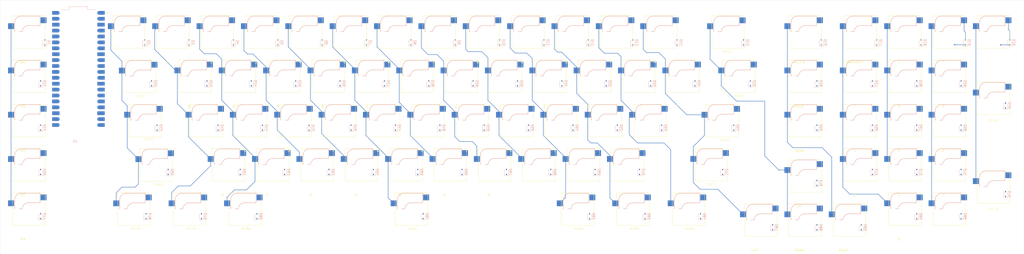
<source format=kicad_pcb>
(kicad_pcb (version 20240108) (generator "pcbnew") (generator_version "8.0")
  (layers (0 "F.Cu" signal) (31 "B.Cu" signal) (34 "B.Paste" user) (35 "F.Paste" user) (36 "B.SilkS" user "B.Silkscreen") (37 "F.SilkS" user "F.Silkscreen") (38 "B.Mask" user) (39 "F.Mask" user) (44 "Edge.Cuts" user))
  (net 0 "")
  (net 1 "Net-(D1-A)")
  (net 2 "Net-(D1-K)")
  (net 3 "Net-(D21-K)")
  (net 4 "Net-(D2-A)")
  (net 5 "Net-(D3-A)")
  (net 6 "Net-(D41-K)")
  (net 7 "Net-(D59-K)")
  (net 8 "Net-(D4-A)")
  (net 9 "Net-(D75-K)")
  (net 10 "Net-(D5-A)")
  (net 11 "Net-(D6-A)")
  (net 12 "Net-(D7-A)")
  (net 13 "Net-(D8-A)")
  (net 14 "Net-(D9-A)")
  (net 15 "Net-(D10-A)")
  (net 16 "Net-(D11-A)")
  (net 17 "Net-(D12-A)")
  (net 18 "Net-(D13-A)")
  (net 19 "Net-(D14-A)")
  (net 20 "Net-(D15-A)")
  (net 21 "Net-(D16-A)")
  (net 22 "Net-(D17-A)")
  (net 23 "Net-(D18-A)")
  (net 24 "Net-(D19-A)")
  (net 25 "Net-(D20-A)")
  (net 26 "Net-(D21-A)")
  (net 27 "Net-(D22-A)")
  (net 28 "Net-(D23-A)")
  (net 29 "Net-(D24-A)")
  (net 30 "Net-(D25-A)")
  (net 31 "Net-(D26-A)")
  (net 32 "Net-(D27-A)")
  (net 33 "Net-(D28-A)")
  (net 34 "Net-(D29-A)")
  (net 35 "Net-(D30-A)")
  (net 36 "Net-(D31-A)")
  (net 37 "Net-(D32-A)")
  (net 38 "Net-(D33-A)")
  (net 39 "Net-(D34-A)")
  (net 40 "Net-(D35-A)")
  (net 41 "Net-(D36-A)")
  (net 42 "Net-(D37-A)")
  (net 43 "Net-(D38-A)")
  (net 44 "Net-(D39-A)")
  (net 45 "Net-(D40-A)")
  (net 46 "Net-(D41-A)")
  (net 47 "Net-(D42-A)")
  (net 48 "Net-(D43-A)")
  (net 49 "Net-(D44-A)")
  (net 50 "Net-(D45-A)")
  (net 51 "Net-(D46-A)")
  (net 52 "Net-(D47-A)")
  (net 53 "Net-(D48-A)")
  (net 54 "Net-(D49-A)")
  (net 55 "Net-(D50-A)")
  (net 56 "Net-(D51-A)")
  (net 57 "Net-(D52-A)")
  (net 58 "Net-(D53-A)")
  (net 59 "Net-(D54-A)")
  (net 60 "Net-(D55-A)")
  (net 61 "Net-(D56-A)")
  (net 62 "Net-(D57-A)")
  (net 63 "Net-(D58-A)")
  (net 64 "Net-(D59-A)")
  (net 65 "Net-(D60-A)")
  (net 66 "Net-(D61-A)")
  (net 67 "Net-(D62-A)")
  (net 68 "Net-(D63-A)")
  (net 69 "Net-(D64-A)")
  (net 70 "Net-(D65-A)")
  (net 71 "Net-(D66-A)")
  (net 72 "Net-(D67-A)")
  (net 73 "Net-(D68-A)")
  (net 74 "Net-(D69-A)")
  (net 75 "Net-(D70-A)")
  (net 76 "Net-(D71-A)")
  (net 77 "Net-(D72-A)")
  (net 78 "Net-(D73-A)")
  (net 79 "Net-(D74-A)")
  (net 80 "Net-(D75-A)")
  (net 81 "Net-(D76-A)")
  (net 82 "Net-(D77-A)")
  (net 83 "Net-(D78-A)")
  (net 84 "Net-(D79-A)")
  (net 85 "Net-(D80-A)")
  (net 86 "Net-(D81-A)")
  (net 87 "Net-(D82-A)")
  (net 88 "Net-(D83-A)")
  (net 89 "Net-(D84-A)")
  (net 90 "Net-(D85-A)")
  (net 91 "Net-(D86-A)")
  (net 92 "Net-(D87-A)")
  (net 93 "Net-(D88-A)")
  (net 94 "Net-(D89-A)")
  (net 95 "Net-(MX1-Pad1)")
  (net 96 "Net-(MX20-Pad1)")
  (net 97 "Net-(MX2-Pad1)")
  (net 98 "Net-(MX24-Pad1)")
  (net 99 "Net-(MX23-Pad1)")
  (net 100 "Net-(MX10-Pad1)")
  (net 101 "Net-(MX11-Pad1)")
  (net 102 "Net-(MX12-Pad1)")
  (net 103 "Net-(MX13-Pad1)")
  (net 104 "Net-(MX14-Pad1)")
  (net 105 "Net-(MX15-Pad1)")
  (net 106 "Net-(MX16-Pad1)")
  (net 107 "Net-(MX17-Pad1)")
  (net 108 "Net-(MX18-Pad1)")
  (net 109 "Net-(MX19-Pad1)")
  (net 110 "Net-(MX25-Pad1)")
  (net 111 "Net-(MX26-Pad1)")
  (net 112 "Net-(MX27-Pad1)")
  (net 113 "Net-(MX28-Pad1)")
  (net 114 "Net-(MX29-Pad1)")
  (footprint "PCBlib_keyboard:SW_Cherry_MX_1.00u_PCB" (layer "F.Cu") (at 263.97 189.49)
    (property "Reference" "MX48")
    (property "Value" "H")
  )
  (footprint "PCBlib_keyboard:SW_Cherry_MX_1.00u_PCB" (layer "F.Cu") (at 487.8075 151.39)
    (property "Reference" "MX19")
    (property "Value" "*")
  )
  (footprint "PCBlib_keyboard:SW_Cherry_MX_1.00u_PCB" (layer "F.Cu") (at 225.87 189.49)
    (property "Reference" "MX46")
    (property "Value" "F")
  )
  (footprint "PCBlib_keyboard:SW_Cherry_MX_1.00u_PCB" (layer "F.Cu") (at 354.4575 170.44)
    (property "Reference" "MX33")
    (property "Value" "[")
  )
  (footprint "PCBlib_keyboard:SW_Cherry_MX_1.00u_PCB" (layer "F.Cu") (at 468.7575 170.44)
    (property "Reference" "MX38")
    (property "Value" "8")
  )
  (footprint "PCBlib_keyboard:SW_Cherry_MX_2.25u_PCB" (layer "F.Cu") (at 147.79825 220.088)
    (property "Reference" "MX60")
    (property "Value" "SHIFT")
  )
  (footprint "PCBlib_keyboard:SW_Cherry_MX_1.00u_PCB" (layer "F.Cu") (at 425.895 170.44)
    (property "Reference" "MX36")
    (property "Value" "PGUP")
  )
  (footprint "PCBlib_keyboard:SW_Cherry_MX_1.00u_PCB" (layer "F.Cu") (at 163.9575 170.44)
    (property "Reference" "MX23")
    (property "Value" "Q")
  )
  (footprint "PCBlib_keyboard:SW_Cherry_MX_1.00u_PCB" (layer "F.Cu") (at 449.7075 189.49)
    (property "Reference" "MX56")
    (property "Value" "4")
  )
  (footprint "PCBlib_keyboard:SW_Cherry_MX_1.00u_PCB" (layer "F.Cu") (at 92.52 170.44)
    (property "Reference" "MX21")
    (property "Value" "M0")
  )
  (footprint "PCBlib_keyboard:SW_Cherry_MX_1.00u_PCB" (layer "F.Cu") (at 178.245 208.54)
    (property "Reference" "MX61")
    (property "Value" "Z")
  )
  (footprint "PCBlib_keyboard:SW_Cherry_MX_1.00u_PCB" (layer "F.Cu") (at 92.52 208.54)
    (property "Reference" "MX59")
    (property "Value" "M2")
  )
  (footprint "PCBlib_keyboard:SW_Cherry_MX_2.00u_Vertical_PCB" (layer "F.Cu") (at 506.8575 218.065)
    (property "Reference" "MX75")
    (property "Value" "ENTER")
  )
  (footprint "PCBlib_keyboard:SW_Cherry_MX_1.25u_PCB" (layer "F.Cu") (at 352.07625 227.59)
    (property "Reference" "MX83")
    (property "Value" "MENU")
  )
  (footprint "PCBlib_keyboard:SW_Cherry_MX_1.25u_PCB" (layer "F.Cu") (at 328.26375 227.59)
    (property "Reference" "MX82")
    (property "Value" "ALT")
  )
  (footprint "PCBlib_keyboard:SW_Cherry_MX_1.25u_PCB" (layer "F.Cu") (at 137.76375 227.59)
    (property "Reference" "MX78")
    (property "Value" "CTRL")
  )
  (footprint "PCBlib_keyboard:SW_Cherry_MX_1.00u_PCB" (layer "F.Cu") (at 230.6325 151.39)
    (property "Reference" "MX7")
    (property "Value" "5")
  )
  (footprint "PCBlib_keyboard:SW_Cherry_MX_1.00u_PCB" (layer "F.Cu") (at 425.895 151.39)
    (property "Reference" "MX16")
    (property "Value" "DELETE")
  )
  (footprint "PCBlib_keyboard:SW_Cherry_MX_1.00u_PCB" (layer "F.Cu") (at 168.72 189.49)
    (property "Reference" "MX43")
    (property "Value" "A")
  )
  (footprint "PCBlib_keyboard:SW_Cherry_MX_1.00u_PCB" (layer "F.Cu") (at 273.495 208.54)
    (property "Reference" "MX66")
    (property "Value" "N")
  )
  (footprint "PCBlib_keyboard:SW_Cherry_MX_1.00u_PCB" (layer "F.Cu") (at 425.895 189.49)
    (property "Reference" "MX55")
    (property "Value" "PGDN")
  )
  (footprint "PCBlib_keyboard:SW_Cherry_MX_1.00u_PCB" (layer "F.Cu") (at 187.77 189.49)
    (property "Reference" "MX44")
    (property "Value" "S")
  )
  (footprint "PCBlib_keyboard:SW_Cherry_MX_1.00u_PCB" (layer "F.Cu") (at 425.895 213.3025)
    (property "Reference" "MX76")
    (property "Value" "UP")
  )
  (footprint "PCBlib_keyboard:SW_Cherry_MX_2.75u_PCB" (layer "F.Cu") (at 385.31375 219.985)
    (property "Reference" "MX71")
    (property "Value" "SHIFT")
  )
  (footprint "PCBlib_keyboard:SW_Cherry_MX_1.00u_PCB" (layer "F.Cu") (at 468.7575 189.49)
    (property "Reference" "MX57")
    (property "Value" "5")
  )
  (footprint "PCBlib_keyboard:SW_Cherry_MX_1.00u_PCB" (layer "F.Cu") (at 487.8075 189.49)
    (property "Reference" "MX58")
    (property "Value" "6")
  )
  (footprint "PCBlib_keyboard:SW_Cherry_MX_2.25u_PCB" (layer "F.Cu") (at 390.87625 200.985)
    (property "Reference" "MX54")
    (property "Value" "ENTER")
  )
  (footprint "PCBlib_keyboard:SW_Cherry_MX_1.00u_PCB" (layer "F.Cu") (at 283.02 189.49)
    (property "Reference" "MX49")
    (property "Value" "J")
  )
  (footprint "PCBlib_keyboard:SW_Cherry_MX_1.00u_PCB" (layer "F.Cu") (at 297.3075 170.44)
    (property "Reference" "MX30")
    (property "Value" "I")
  )
  (footprint "PCBlib_keyboard:SW_Cherry_MX_1.00u_PCB" (layer "F.Cu") (at 506.8575 151.39)
    (property "Reference" "MX20")
    (property "Value" "-")
  )
  (footprint "PCBlib_keyboard:SW_Cherry_MX_1.75u_PCB" (layer "F.Cu") (at 144.07225 205.015)
    (property "Reference" "MX42")
    (property "Value" "CAPS LOCK")
  )
  (footprint "PCBlib_keyboard:SW_Cherry_MX_1.00u_PCB" (layer "F.Cu") (at 135.3825 151.39)
    (property "Reference" "MX2")
    (property "Value" "`")
  )
  (footprint "PCBlib_keyboard:SW_Cherry_MX_1.00u_PCB" (layer "F.Cu") (at 249.6825 151.39)
    (property "Reference" "MX8")
    (property "Value" "6")
  )
  (footprint "PCBlib_keyboard:SW_Cherry_MX_1.00u_PCB" (layer "F.Cu") (at 311.595 208.54)
    (property "Reference" "MX68")
    (property "Value" ",")
  )
  (footprint "PCBlib_keyboard:SW_Cherry_MX_2.00u_Vertical_PCB" (layer "F.Cu") (at 506.8575 179.965)
    (property "Reference" "MX40")
    (property "Value" "+")
  )
  (footprint "PCBlib_keyboard:SW_Cherry_MX_1.00u_PCB" (layer "F.Cu") (at 192.5325 151.39)
    (property "Reference" "MX5")
    (property "Value" "3")
  )
  (footprint "PCBlib_keyboard:SW_Cherry_MX_1.00u_PCB" (layer "F.Cu") (at 449.7075 151.39)
    (property "Reference" "MX17")
    (property "Value" "NUMLOCK")
  )
  (footprint "PCBlib_keyboard:SW_Cherry_MX_1.00u_PCB" (layer "F.Cu") (at 254.445 208.54)
    (property "Reference" "MX65")
    (property "Value" "B")
  )
  (footprint "PCBlib_keyboard:SW_Cherry_MX_1.00u_PCB" (layer "F.Cu") (at 268.7325 151.39)
    (property "Reference" "MX9")
    (property "Value" "7")
  )
  (footprint "PCBlib_keyboard:SW_Cherry_MX_1.00u_PCB" (layer "F.Cu") (at 316.3575 170.44)
    (property "Reference" "MX31")
    (property "Value" "O")
  )
  (footprint "PCBlib_keyboard:SW_Cherry_MX_1.00u_PCB" (layer "F.Cu") (at 292.545 208.54)
    (property "Reference" "MX67")
    (property "Value" "M")
  )
  (footprint "PCBlib_keyboard:SW_Cherry_MX_1.00u_PCB" (layer "F.Cu") (at 183.0075 170.44)
    (property "Reference" "MX24")
    (property "Value" "W")
  )
  (footprint "PCBlib_keyboard:SW_Cherry_MX_1.00u_PCB" (layer "F.Cu") (at 92.52 151.39)
    (property "Reference" "MX1")
    (property "Value" "ESC")
  )
  (footprint "PCBlib_keyboard:SW_Cherry_MX_1.00u_PCB" (layer "F.Cu") (at 202.0575 170.44)
    (property "Reference" "MX25")
    (property "Value" "E")
  )
  (footprint "PCBlib_keyboard:SW_Cherry_MX_1.00u_PCB" (layer "F.Cu") (at 335.4075 170.44)
    (property "Reference" "MX32")
    (property "Value" "P")
  )
  (footprint "PCBlib_keyboard:SW_Cherry_MX_1.00u_PCB" (layer "F.Cu") (at 240.1575 170.44)
    (property "Reference" "MX27")
    (property "Value" "T")
  )
  (footprint "PCBlib_keyboard:SW_Cherry_MX_1.00u_PCB" (layer "F.Cu") (at 468.7575 151.39)
    (property "Reference" "MX18")
    (property "Value" "/")
  )
  (footprint "PCBlib_keyboard:SW_Cherry_MX_1.00u_PCB" (layer "F.Cu") (at 363.9825 151.39)
    (property "Reference" "MX14")
    (property "Value" "=")
  )
  (footprint "PCBlib_keyboard:SW_Cherry_MX_1.00u_PCB" (layer "F.Cu") (at 444.945 232.3525)
    (property "Reference" "MX89")
    (property "Value" "RIGHT")
  )
  (footprint "PCBlib_keyboard:SW_Cherry_MX_1.25u_PCB" (layer "F.Cu") (at 375.88875 227.59)
    (property "Reference" "MX84")
    (property "Value" "CTRL")
  )
  (footprint "PCBlib_keyboard:SW_Cherry_MX_1.00u_PCB" (layer "F.Cu") (at 468.7575 227.59)
    (property "Reference" "MX85")
    (property "Value" "0")
  )
  (footprint "PCBlib_keyboard:SW_Cherry_MX_1.00u_PCB" (layer "F.Cu") (at 306.8325 151.39)
    (property "Reference" "MX11")
    (property "Value" "9")
  )
  (footprint "PCBlib_keyboard:SW_Cherry_MX_1.00u_PCB" (layer "F.Cu") (at 344.9325 151.39)
    (property "Reference" "MX13")
    (property "Value" "-")
  )
  (footprint "PCBlib_keyboard:SW_Cherry_MX_1.00u_PCB" (layer "F.Cu") (at 287.7825 151.39)
    (property "Reference" "MX10")
    (property "Value" "8")
  )
  (footprint "PCBlib_keyboard:SW_Cherry_MX_1.25u_PCB" (layer "F.Cu") (at 161.57625 227.59)
    (property "Reference" "MX79")
    (property "Value" "ALT")
  )
  (footprint "PCBlib_keyboard:SW_Cherry_MX_1.00u_PCB" (layer "F.Cu") (at 92.52 227.59)
    (property "Reference" "MX77")
    (property "Value" "M3")
  )
  (footprint "PCBlib_keyboard:SW_Cherry_MX_1.00u_PCB" (layer "F.Cu") (at 330.645 208.54)
    (property "Reference" "MX69")
    (property "Value" ".")
  )
  (footprint "PCBlib_keyboard:SW_Cherry_MX_1.00u_PCB" (layer "F.Cu") (at 449.7075 208.54)
    (property "Reference" "MX72")
    (property "Value" "1")
  )
  (footprint "PCBlib_keyboard:SW_Cherry_MX_1.00u_PCB" (layer "F.Cu") (at 206.82 189.49)
    (property "Reference" "MX45")
    (property "Value" "D")
  )
  (footprint "PCBlib_keyboard:SW_Cherry_MX_1.00u_PCB" (layer "F.Cu") (at 211.5825 151.39)
    (property "Reference" "MX6")
    (property "Value" "4")
  )
  (footprint "PCBlib_keyboard:SW_Cherry_MX_1.00u_PCB" (layer "F.Cu") (at 221.1075 170.44)
    (property "Reference" "MX26")
    (property "Value" "R")
  )
  (footprint "PCBlib_keyboard:SW_Cherry_MX_1.00u_PCB" (layer "F.Cu") (at 340.17 189.49)
    (property "Reference" "MX52")
    (property "Value" ";")
  )
  (footprint "PCBlib_keyboard:SW_Cherry_MX_1.00u_PCB" (layer "F.Cu") (at 349.695 208.54)
    (property "Reference" "MX70")
    (property "Value" "/")
  )
  (footprint "PCBlib_keyboard:SW_Cherry_MX_1.00u_PCB" (layer "F.Cu") (at 359.22 189.49)
    (property "Reference" "MX53")
    (property "Value" "'")
  )
  (footprint "PCBlib_keyboard:SW_Cherry_MX_1.00u_PCB" (layer "F.Cu") (at 235.395 208.54)
    (property "Reference" "MX64")
    (property "Value" "V")
  )
  (footprint "PCBlib_keyboard:SW_Cherry_MX_1.00u_PCB" (layer "F.Cu") (at 487.8075 227.59)
    (property "Reference" "MX86")
    (property "Value" ".")
  )
  (footprint "PCBlib_keyboard:SW_Cherry_MX_1.00u_PCB" (layer "F.Cu") (at 302.07 189.49)
    (property "Reference" "MX50")
    (property "Value" "K")
  )
  (footprint "PCBlib_keyboard:SW_Cherry_MX_1.00u_PCB" (layer "F.Cu") (at 373.5075 170.44)
    (property "Reference" "MX34")
    (property "Value" "]")
  )
  (footprint "PCBlib_keyboard:SW_Cherry_MX_1.00u_PCB" (layer "F.Cu") (at 325.8825 151.39)
    (property "Reference" "MX12")
    (property "Value" "0")
  )
  (footprint "PCBlib_keyboard:SW_Cherry_MX_1.00u_PCB" (layer "F.Cu") (at 244.92 189.49)
    (property "Reference" "MX47")
    (property "Value" "G")
  )
  (footprint "PCBlib_keyboard:SW_Cherry_MX_1.00u_PCB" (layer "F.Cu") (at 92.52 189.49)
    (property "Reference" "MX41")
    (property "Value" "M1")
  )
  (footprint "PCBlib_keyboard:SW_Cherry_MX_1.00u_PCB" (layer "F.Cu") (at 487.8075 208.54)
    (property "Reference" "MX74")
    (property "Value" "3")
  )
  (footprint "PCBlib_keyboard:SW_Cherry_MX_1.25u_PCB" (layer "F.Cu") (at 185.38875 227.59)
    (property "Reference" "MX80")
    (property "Value" "WIN")
  )
  (footprint "PCBlib_keyboard:SW_Cherry_MX_1.00u_PCB" (layer "F.Cu") (at 173.4825 151.39)
    (property "Reference" "MX4")
    (property "Value" "2")
  )
  (footprint "PCBlib_keyboard:SW_Cherry_MX_1.00u_PCB" (layer "F.Cu") (at 468.7575 208.54)
    (property "Reference" "MX73")
    (property "Value" "2")
  )
  (footprint "PCBlib_keyboard:SW_Cherry_MX_2.00u_PCB" (layer "F.Cu") (at 392.6575 163.885)
    (property "Reference" "MX15")
    (property "Value" "BACKSPACE")
  )
  (footprint "PCBlib_keyboard:SW_Cherry_MX_1.00u_PCB" (layer "F.Cu") (at 425.895 232.3525)
    (property "Reference" "MX88")
    (property "Value" "DOWN")
  )
  (footprint "PCBlib_keyboard:SW_Cherry_MX_1.50u_PCB" (layer "F.Cu") (at 140.42 170.485)
    (property "Reference" "MX22")
    (property "Value" "TAB")
  )
  (footprint "PCBlib_keyboard:SW_Cherry_MX_1.00u_PCB" (layer "F.Cu") (at 197.295 208.54)
    (property "Reference" "MX62")
    (property "Value" "X")
  )
  (footprint "PCBlib_keyboard:SW_Cherry_MX_1.00u_PCB" (layer "F.Cu") (at 321.12 189.49)
    (property "Reference" "MX51")
    (property "Value" "L")
  )
  (footprint "PCBlib_keyboard:SW_Cherry_MX_1.00u_PCB" (layer "F.Cu") (at 406.845 232.3525)
    (property "Reference" "MX87")
    (property "Value" "LEFT")
  )
  (footprint "PCBlib_keyboard:SW_Cherry_MX_1.50u_PCB" (layer "F.Cu") (at 397.7875 170.42)
    (property "Reference" "MX35")
    (property "Value" "\\")
  )
  (footprint "PCBlib_keyboard:SW_Cherry_MX_1.00u_PCB" (layer "F.Cu") (at 487.8075 170.44)
    (property "Reference" "MX39")
    (property "Value" "9")
  )
  (footprint "PCBlib_keyboard:SW_Cherry_MX_6.25u_PCB" (layer "F.Cu") (at 256.7925 227.125)
    (property "Reference" "MX81")
    (property "Value" "SPACE")
  )
  (footprint "PCBlib_keyboard:SW_Cherry_MX_1.00u_PCB" (layer "F.Cu") (at 154.4325 151.39)
    (property "Reference" "MX3")
    (property "Value" "1")
  )
  (footprint "PCBlib_keyboard:SW_Cherry_MX_1.00u_PCB" (layer "F.Cu") (at 278.2575 170.44)
    (property "Reference" "MX29")
    (property "Value" "U")
  )
  (footprint "PCBlib_keyboard:SW_Cherry_MX_1.00u_PCB" (layer "F.Cu") (at 449.7075 170.44)
    (property "Reference" "MX37")
    (property "Value" "7")
  )
  (footprint "PCBlib_keyboard:SW_Cherry_MX_1.00u_PCB" (layer "F.Cu") (at 216.345 208.54)
    (property "Reference" "MX63")
    (property "Value" "C")
  )
  (footprint "PCBlib_keyboard:SW_Cherry_MX_1.00u_PCB" (layer "F.Cu") (at 259.2075 170.44)
    (property "Reference" "MX28")
    (property "Value" "Y")
  )
  (footprint "Diode_SMD:D_SOD-323" (layer "B.Cu") (at 269.05 192.52 90)
    (property "Reference" "D48")
    (property "Value" "D_Small")
  )
  (footprint "Diode_SMD:D_SOD-323" (layer "B.Cu") (at 302.3875 173.47 90)
    (property "Reference" "D30")
    (property "Value" "D_Small")
  )
  (footprint "Diode_SMD:D_SOD-323" (layer "B.Cu") (at 264.2875 173.47 90)
    (property "Reference" "D28")
    (property "Value" "D_Small")
  )
  (footprint "Diode_SMD:D_SOD-323" (layer "B.Cu") (at 316.675 211.57 90)
    (property "Reference" "D68")
    (property "Value" "D_Small")
  )
  (footprint "Diode_SMD:D_SOD-323" (layer "B.Cu") (at 492.8875 173.47 90)
    (property "Reference" "D39")
    (property "Value" "D_Small")
  )
  (footprint "Diode_SMD:D_SOD-323" (layer "B.Cu") (at 230.95 192.52 90)
    (property "Reference" "D46")
    (property "Value" "D_Small")
  )
  (footprint "Diode_SMD:D_SOD-323" (layer "B.Cu") (at 332.8125 155.82 90)
    (property "Reference" "D12")
    (property "Value" "D_Small")
  )
  (footprint "Diode_SMD:D_SOD-323" (layer "B.Cu") (at 335.725 211.57 90)
    (property "Reference" "D69")
    (property "Value" "D_Small")
  )
  (footprint "Diode_SMD:D_SOD-323" (layer "B.Cu") (at 97.6 173.47 90)
    (property "Reference" "D21")
    (property "Value" "D_Small")
  )
  (footprint "Diode_SMD:D_SOD-323" (layer "B.Cu") (at 152.36875 211.57 90)
    (property "Reference" "D60")
    (property "Value" "D_Small")
  )
  (footprint "Diode_SMD:D_SOD-323" (layer "B.Cu") (at 190.46875 230.62 90)
    (property "Reference" "D80")
    (property "Value" "D_Small")
  )
  (footprint "Diode_SMD:D_SOD-323" (layer "B.Cu") (at 492.8875 192.52 90)
    (property "Reference" "D58")
    (property "Value" "D_Small")
  )
  (footprint "Diode_SMD:D_SOD-323" (layer "B.Cu") (at 430.975 192.52 90)
    (property "Reference" "D55")
    (property "Value" "D_Small")
  )
  (footprint "Diode_SMD:D_SOD-323" (layer "B.Cu") (at 494.7375 155.82 90)
    (property "Reference" "D19")
    (property "Value" "D_Small")
  )
  (footprint "Diode_SMD:D_SOD-323" (layer "B.Cu") (at 256.6125 155.82 90)
    (property "Reference" "D8")
    (property "Value" "D_Small")
  )
  (footprint "Diode_SMD:D_SOD-323" (layer "B.Cu") (at 192.85 192.52 90)
    (property "Reference" "D44")
    (property "Value" "D_Small")
  )
  (footprint "Diode_SMD:D_SOD-323" (layer "B.Cu") (at 283.3375 173.47 90)
    (property "Reference" "D29")
    (property "Value" "D_Small")
  )
  (footprint "Diode_SMD:D_SOD-323" (layer "B.Cu") (at 259.525 211.57 90)
    (property "Reference" "D65")
    (property "Value" "D_Small")
  )
  (footprint "Diode_SMD:D_SOD-323" (layer "B.Cu") (at 399.4875 155.82 90)
    (property "Reference" "D15")
    (property "Value" "D_Small")
  )
  (footprint "Diode_SMD:D_SOD-323" (layer "B.Cu") (at 473.8375 230.62 90)
    (property "Reference" "D85")
    (property "Value" "D_Small")
  )
  (footprint "Diode_SMD:D_SOD-323" (layer "B.Cu") (at 473.8375 192.52 90)
    (property "Reference" "D57")
    (property "Value" "D_Small")
  )
  (footprint "Diode_SMD:D_SOD-323" (layer "B.Cu") (at 390.49375 211.57 90)
    (property "Reference" "D71")
    (property "Value" "D_Small")
  )
  (footprint "Diode_SMD:D_SOD-323" (layer "B.Cu") (at 511.9375 182.995 90)
    (property "Reference" "D40")
    (property "Value" "D_Small")
  )
  (footprint "Diode_SMD:D_SOD-323" (layer "B.Cu") (at 359.5375 173.47 90)
    (property "Reference" "D33")
    (property "Value" "D_Small")
  )
  (footprint "Diode_SMD:D_SOD-323" (layer "B.Cu") (at 218.5125 155.82 90)
    (property "Reference" "D6")
    (property "Value" "D_Small")
  )
  (footprint "Diode_SMD:D_SOD-323" (layer "B.Cu") (at 492.8875 230.62 90)
    (property "Reference" "D86")
    (property "Value" "D_Small")
  )
  (footprint "Diode_SMD:D_SOD-323" (layer "B.Cu") (at 313.7625 155.82 90)
    (property "Reference" "D11")
    (property "Value" "D_Small")
  )
  (footprint "Diode_SMD:D_SOD-323" (layer "B.Cu") (at 432.825 155.82 90)
    (property "Reference" "D16")
    (property "Value" "D_Small")
  )
  (footprint "Diode_SMD:D_SOD-323" (layer "B.Cu") (at 173.8 192.52 90)
    (property "Reference" "D43")
    (property "Value" "D_Small")
  )
  (footprint "Diode_SMD:D_SOD-323" (layer "B.Cu") (at 430.975 173.47 90)
    (property "Reference" "D36")
    (property "Value" "D_Small")
  )
  (footprint "Diode_SMD:D_SOD-323" (layer "B.Cu") (at 430.975 216.3325 90)
    (property "Reference" "D76")
    (property "Value" "D_Small")
  )
  (footprint "Diode_SMD:D_SOD-323" (layer "B.Cu") (at 212.9075 192.61 90)
    (property "Reference" "D45")
    (property "Value" "D_Small")
  )
  (footprint "Diode_SMD:D_SOD-323" (layer "B.Cu") (at 180.4125 155.82 90)
    (property "Reference" "D4")
    (property "Value" "D_Small")
  )
  (footprint "Diode_SMD:D_SOD-323" (layer "B.Cu") (at 473.8375 173.47 90)
    (property "Reference" "D38")
    (property "Value" "D_Small")
  )
  (footprint "Diode_SMD:D_SOD-323" (layer "B.Cu") (at 294.7125 155.82 90)
    (property "Reference" "D10")
    (property "Value" "D_Small")
  )
  (footprint "Diode_SMD:D_SOD-323" (layer "B.Cu") (at 226.1875 173.47 90)
    (property "Reference" "D26")
    (property "Value" "D_Small")
  )
  (footprint "Diode_SMD:D_SOD-323" (layer "B.Cu") (at 354.775 211.57 90)
    (property "Reference" "D70")
    (property "Value" "D_Small")
  )
  (footprint "Diode_SMD:D_SOD-323" (layer "B.Cu") (at 275.6625 155.82 90)
    (property "Reference" "D9")
    (property "Value" "D_Small")
  )
  (footprint "Diode_SMD:D_SOD-323" (layer "B.Cu") (at 454.7875 211.57 90)
    (property "Reference" "D72")
    (property "Value" "D_Small")
  )
  (footprint "Diode_SMD:D_SOD-323" (layer "B.Cu") (at 288.1 192.52 90)
    (property "Reference" "D49")
    (property "Value" "D_Small")
  )
  (footprint "Diode_SMD:D_SOD-323" (layer "B.Cu") (at 145.225 173.47 90)
    (property "Reference" "D22")
    (property "Value" "D_Small")
  )
  (footprint "Diode_SMD:D_SOD-323" (layer "B.Cu") (at 456.6375 155.82 90)
    (property "Reference" "D17")
    (property "Value" "D_Small")
  )
  (footprint "Diode_SMD:D_SOD-323" (layer "B.Cu") (at 188.0875 173.47 90)
    (property "Reference" "D24")
    (property "Value" "D_Small")
  )
  (footprint "Diode_SMD:D_SOD-323" (layer "B.Cu") (at 357.15625 230.62 90)
    (property "Reference" "D83")
    (property "Value" "D_Small")
  )
  (footprint "Diode_SMD:D_SOD-323" (layer "B.Cu") (at 411.925 235.3825 90)
    (property "Reference" "D87")
    (property "Value" "D_Small")
  )
  (footprint "Diode_SMD:D_SOD-323" (layer "B.Cu") (at 142.3125 155.82 90)
    (property "Reference" "D2")
    (property "Value" "D_Small")
  )
  (footprint "Diode_SMD:D_SOD-323" (layer "B.Cu") (at 278.575 211.57 90)
    (property "Reference" "D66")
    (property "Value" "D_Small")
  )
  (footprint "Diode_SMD:D_SOD-323" (layer "B.Cu") (at 340.4875 173.47 90)
    (property "Reference" "D32")
    (property "Value" "D_Small")
  )
  (footprint "Diode_SMD:D_SOD-323" (layer "B.Cu") (at 370.9125 155.82 90)
    (property "Reference" "D14")
    (property "Value" "D_Small")
  )
  (footprint "Diode_SMD:D_SOD-323" (layer "B.Cu") (at 345.25 192.52 90)
    (property "Reference" "D52")
    (property "Value" "D_Small")
  )
  (footprint "Diode_SMD:D_SOD-323" (layer "B.Cu") (at 97.6 230.62 90)
    (property "Reference" "D77")
    (property "Value" "D_Small")
  )
  (footprint "Diode_SMD:D_SOD-323" (layer "B.Cu") (at 454.7875 192.52 90)
    (property "Reference" "D56")
    (property "Value" "D_Small")
  )
  (footprint "Diode_SMD:D_SOD-323" (layer "B.Cu") (at 250 192.52 90)
    (property "Reference" "D47")
    (property "Value" "D_Small")
  )
  (footprint "Diode_SMD:D_SOD-323" (layer "B.Cu") (at 307.15 192.52 90)
    (property "Reference" "D50")
    (property "Value" "D_Small")
  )
  (footprint "Diode_SMD:D_SOD-323" (layer "B.Cu") (at 240.475 211.57 90)
    (property "Reference" "D64")
    (property "Value" "D_Small")
  )
  (footprint "Diode_SMD:D_SOD-323" (layer "B.Cu") (at 321.4375 173.47 90)
    (property "Reference" "D31")
    (property "Value" "D_Small")
  )
  (footprint "Diode_SMD:D_SOD-323" (layer "B.Cu") (at 378.5875 173.47 90)
    (property "Reference" "D34")
    (property "Value" "D_Small")
  )
  (footprint "Diode_SMD:D_SOD-323" (layer "B.Cu") (at 166.65625 230.62 90)
    (property "Reference" "D79")
    (property "Value" "D_Small")
  )
  (footprint "Diode_SMD:D_SOD-323" (layer "B.Cu") (at 221.425 211.57 90)
    (property "Reference" "D63")
    (property "Value" "D_Small")
  )
  (footprint "Diode_SMD:D_SOD-323" (layer "B.Cu") (at 473.8375 211.57 90)
    (property "Reference" "D73")
    (property "Value" "D_Small")
  )
  (footprint "Diode_SMD:D_SOD-323" (layer "B.Cu") (at 364.3 192.52 90)
    (property "Reference" "D53")
    (property "Value" "D_Small")
  )
  (footprint "Diode_SMD:D_SOD-323" (layer "B.Cu") (at 402.4 173.47 90)
    (property "Reference" "D35")
    (property "Value" "D_Small")
  )
  (footprint "Diode_SMD:D_SOD-323" (layer "B.Cu") (at 183.325 211.57 90)
    (property "Reference" "D61")
    (property "Value" "D_Small")
  )
  (footprint "Diode_SMD:D_SOD-323" (layer "B.Cu") (at 261.90625 230.62 90)
    (property "Reference" "D81")
    (property "Value" "D_Small")
  )
  (footprint "Diode_SMD:D_SOD-323" (layer "B.Cu") (at 199.4625 155.82 90)
    (property "Reference" "D5")
    (property "Value" "D_Small")
  )
  (footprint "Diode_SMD:D_SOD-323" (layer "B.Cu") (at 99.45 155.82 90)
    (property "Reference" "D1")
    (property "Value" "D_Small")
  )
  (footprint "Diode_SMD:D_SOD-323" (layer "B.Cu") (at 450.025 235.3825 90)
    (property "Reference" "D89")
    (property "Value" "D_Small")
  )
  (footprint "Diode_SMD:D_SOD-323" (layer "B.Cu") (at 454.7875 173.47 90)
    (property "Reference" "D37")
    (property "Value" "D_Small")
  )
  (footprint "Diode_SMD:D_SOD-323" (layer "B.Cu") (at 492.8875 211.57 90)
    (property "Reference" "D74")
    (property "Value" "D_Small")
  )
  (footprint "Diode_SMD:D_SOD-323" (layer "B.Cu") (at 430.975 235.3825 90)
    (property "Reference" "D88")
    (property "Value" "D_Small")
  )
  (footprint "Diode_SMD:D_SOD-323" (layer "B.Cu") (at 237.5625 155.82 90)
    (property "Reference" "D7")
    (property "Value" "D_Small")
  )
  (footprint "Diode_SMD:D_SOD-323" (layer "B.Cu") (at 511.9375 221.095 90)
    (property "Reference" "D75")
    (property "Value" "D_Small")
  )
  (footprint "Diode_SMD:D_SOD-323" (layer "B.Cu") (at 169.0375 173.47 90)
    (property "Reference" "D23")
    (property "Value" "D_Small")
  )
  (footprint "Diode_SMD:D_SOD-323" (layer "B.Cu") (at 245.2375 173.47 90)
    (property "Reference" "D27")
    (property "Value" "D_Small")
  )
  (footprint "Diode_SMD:D_SOD-323" (layer "B.Cu") (at 202.375 211.57 90)
    (property "Reference" "D62")
    (property "Value" "D_Small")
  )
  (footprint "Diode_SMD:D_SOD-323" (layer "B.Cu") (at 161.3625 155.82 90)
    (property "Reference" "D3")
    (property "Value" "D_Small")
  )
  (footprint "Diode_SMD:D_SOD-323" (layer "B.Cu") (at 97.6 211.57 90)
    (property "Reference" "D59")
    (property "Value" "D_Small")
  )
  (footprint "Diode_SMD:D_SOD-323" (layer "B.Cu") (at 395.25625 192.52 90)
    (property "Reference" "D54")
    (property "Value" "D_Small")
  )
  (footprint "PCBlib_keyboard:MODULE_RASPBERRY_PI_PICO_W" (layer "B.Cu") (at 113.845 167.26 180)
    (property "Reference" "U1")
    (property "Value" "RASPBERRY_PI_PICO")
    (fp_line (start -7 -25.5) (end 7 -25.5) (stroke (width 0.01)) (layer "Edge.Cuts"))
  )
  (footprint "Diode_SMD:D_SOD-323" (layer "B.Cu") (at 97.6 192.52 90)
    (property "Reference" "D41")
    (property "Value" "D_Small")
  )
  (footprint "Diode_SMD:D_SOD-323" (layer "B.Cu") (at 326.2 192.52 90)
    (property "Reference" "D51")
    (property "Value" "D_Small")
  )
  (footprint "Diode_SMD:D_SOD-323" (layer "B.Cu") (at 297.625 211.57 90)
    (property "Reference" "D67")
    (property "Value" "D_Small")
  )
  (footprint "Diode_SMD:D_SOD-323" (layer "B.Cu") (at 207.1375 173.47 90)
    (property "Reference" "D25")
    (property "Value" "D_Small")
  )
  (footprint "Diode_SMD:D_SOD-323" (layer "B.Cu") (at 147.60625 192.52 90)
    (property "Reference" "D42")
    (property "Value" "D_Small")
  )
  (footprint "Diode_SMD:D_SOD-323" (layer "B.Cu") (at 475.6875 155.82 90)
    (property "Reference" "D18")
    (property "Value" "D_Small")
  )
  (footprint "Diode_SMD:D_SOD-323" (layer "B.Cu") (at 142.84375 230.62 90)
    (property "Reference" "D78")
    (property "Value" "D_Small")
  )
  (footprint "Diode_SMD:D_SOD-323" (layer "B.Cu") (at 380.96875 230.62 90)
    (property "Reference" "D84")
    (property "Value" "D_Small")
  )
  (footprint "Diode_SMD:D_SOD-323" (layer "B.Cu") (at 351.8625 155.82 90)
    (property "Reference" "D13")
    (property "Value" "D_Small")
  )
  (footprint "Diode_SMD:D_SOD-323" (layer "B.Cu") (at 333.34375 230.62 90)
    (property "Reference" "D82")
    (property "Value" "D_Small")
  )
  (footprint "Diode_SMD:D_SOD-323" (layer "B.Cu") (at 513.7875 155.82 90)
    (property "Reference" "D20")
    (property "Value" "D_Small")
  )
  (gr_rect (start 80.1875 137.62) (end 519.8875 246.92) (stroke (width 0.05)) (fill none) (layer "Edge.Cuts"))
  (via (at 490.0875 156.82) (size 0.6) (drill 0.3) (layers "F.Cu" "B.Cu") (net 2))
  (via (at 509.8875 156.92) (size 0.6) (drill 0.3) (layers "F.Cu" "B.Cu") (net 2))
  (segment (start 509.9375 156.87) (end 509.8875 156.92) (width 0.2) (layer "B.Cu") (net 2))
  (segment (start 490.1375 156.87) (end 490.0875 156.82) (width 0.2) (layer "B.Cu") (net 2))
  (segment (start 513.7875 156.87) (end 509.9375 156.87) (width 0.2) (layer "B.Cu") (net 2))
  (segment (start 494.7375 156.87) (end 490.1375 156.87) (width 0.2) (layer "B.Cu") (net 2))
  (segment (start 494.1575 146.31) (end 494.1575 150.89) (width 0.2) (layer "B.Cu") (net 24))
  (segment (start 494.1575 150.89) (end 494.7875 151.52) (width 0.2) (layer "B.Cu") (net 24))
  (segment (start 494.7375 151.57) (end 494.7375 154.77) (width 0.2) (layer "B.Cu") (net 24))
  (segment (start 494.7875 151.52) (end 494.7375 151.57) (width 0.2) (layer "B.Cu") (net 24))
  (segment (start 513.2075 146.31) (end 513.2075 150.34) (width 0.2) (layer "B.Cu") (net 25))
  (segment (start 513.2075 150.34) (end 513.7875 150.92) (width 0.2) (layer "B.Cu") (net 25))
  (segment (start 513.7875 150.92) (end 513.7875 154.77) (width 0.2) (layer "B.Cu") (net 25))
  (segment (start 84.9 206) (end 84.9 225.05) (width 0.2) (layer "B.Cu") (net 95))
  (segment (start 84.9 148.85) (end 84.9 167.9) (width 0.2) (layer "B.Cu") (net 95))
  (segment (start 84.9 167.9) (end 84.9 206) (width 0.2) (layer "B.Cu") (net 95))
  (segment (start 499.2375 148.85) (end 499.2375 215.5) (width 0.2) (layer "B.Cu") (net 96))
  (segment (start 499.2375 215.5) (end 499.2125 215.525) (width 0.2) (layer "B.Cu") (net 96))
  (segment (start 139.6095 216.698) (end 138.1875 218.12) (width 0.2) (layer "B.Cu") (net 97))
  (segment (start 134.7835 201.247) (end 139.6095 206.073) (width 0.2) (layer "B.Cu") (net 97))
  (segment (start 127.7625 159.195) (end 132.5225 163.955) (width 0.2) (layer "B.Cu") (net 97))
  (segment (start 139.6095 206.073) (end 139.6095 216.698) (width 0.2) (layer "B.Cu") (net 97))
  (segment (start 134.7835 186.95) (end 134.7835 201.247) (width 0.2) (layer "B.Cu") (net 97))
  (segment (start 134.7875 183.12) (end 134.7875 183.32) (width 0.2) (layer "B.Cu") (net 97))
  (segment (start 132.5225 163.955) (end 132.5225 167.97) (width 0.2) (layer "B.Cu") (net 97))
  (segment (start 132.4875 218.12) (end 130.05 220.5575) (width 0.2) (layer "B.Cu") (net 97))
  (segment (start 130.05 220.5575) (end 130.05 225.075) (width 0.2) (layer "B.Cu") (net 97))
  (segment (start 134.7875 183.32) (end 134.7835 183.324) (width 0.2) (layer "B.Cu") (net 97))
  (segment (start 138.1875 218.12) (end 132.4875 218.12) (width 0.2) (layer "B.Cu") (net 97))
  (segment (start 132.5225 167.97) (end 132.5225 180.855) (width 0.2) (layer "B.Cu") (net 97))
  (segment (start 134.7835 183.324) (end 134.7835 186.95) (width 0.2) (layer "B.Cu") (net 97))
  (segment (start 127.7625 148.85) (end 127.7625 159.195) (width 0.2) (layer "B.Cu") (net 97))
  (segment (start 132.5225 180.855) (end 134.7875 183.12) (width 0.2) (layer "B.Cu") (net 97))
  (segment (start 189.675 206) (end 189.675 215.6325) (width 0.2) (layer "B.Cu") (net 98))
  (segment (start 180.15 195.89) (end 189.675 205.415) (width 0.2) (layer "B.Cu") (net 98))
  (segment (start 185.9875 219.32) (end 180.7875 219.32) (width 0.2) (layer "B.Cu") (net 98))
  (segment (start 189.675 205.415) (end 189.675 206) (width 0.2) (layer "B.Cu") (net 98))
  (segment (start 177.675 222.4325) (end 177.675 225.075) (width 0.2) (layer "B.Cu") (net 98))
  (segment (start 167.8875 160.72) (end 173.0875 160.72) (width 0.2) (layer "B.Cu") (net 98))
  (segment (start 175.3875 167.9) (end 175.3875 180.7375) (width 0.2) (layer "B.Cu") (net 98))
  (segment (start 180.15 186.95) (end 180.15 195.89) (width 0.2) (layer "B.Cu") (net 98))
  (segment (start 175.3875 163.02) (end 175.3875 167.9) (width 0.2) (layer "B.Cu") (net 98))
  (segment (start 189.675 215.6325) (end 185.9875 219.32) (width 0.2) (layer "B.Cu") (net 98))
  (segment (start 180.7875 219.32) (end 177.675 222.4325) (width 0.2) (layer "B.Cu") (net 98))
  (segment (start 175.3875 180.7375) (end 180.15 185.5) (width 0.2) (layer "B.Cu") (net 98))
  (segment (start 165.8625 158.695) (end 167.8875 160.72) (width 0.2) (layer "B.Cu") (net 98))
  (segment (start 165.8625 148.85) (end 165.8625 158.695) (width 0.2) (layer "B.Cu") (net 98))
  (segment (start 173.0875 160.72) (end 175.3875 163.02) (width 0.2) (layer "B.Cu") (net 98))
  (segment (start 180.15 185.5) (end 180.15 186.95) (width 0.2) (layer "B.Cu") (net 98))
  (segment (start 156.3375 182.1875) (end 161.1 186.95) (width 0.2) (layer "B.Cu") (net 99))
  (segment (start 170.625 208.8825) (end 161.8875 217.62) (width 0.2) (layer "B.Cu") (net 99))
  (segment (start 156.3375 167.9) (end 156.3375 182.1875) (width 0.2) (layer "B.Cu") (net 99))
  (segment (start 170.625 206) (end 170.625 208.8825) (width 0.2) (layer "B.Cu") (net 99))
  (segment (start 161.1 196.475) (end 170.625 206) (width 0.2) (layer "B.Cu") (net 99))
  (segment (start 146.8125 150.547056) (end 146.5875 150.772056) (width 0.2) (layer "B.Cu") (net 99))
  (segment (start 161.1 186.95) (end 161.1 196.475) (width 0.2) (layer "B.Cu") (net 99))
  (segment (start 146.5875 158.92) (end 155.5675 167.9) (width 0.2) (layer "B.Cu") (net 99))
  (segment (start 155.5675 167.9) (end 156.3375 167.9) (width 0.2) (layer "B.Cu") (net 99))
  (segment (start 146.5875 150.772056) (end 146.5875 158.92) (width 0.2) (layer "B.Cu") (net 99))
  (segment (start 161.8875 217.62) (end 156.6875 217.62) (width 0.2) (layer "B.Cu") (net 99))
  (segment (start 153.8625 220.445) (end 153.8625 225.075) (width 0.2) (layer "B.Cu") (net 99))
  (segment (start 156.6875 217.62) (end 153.8625 220.445) (width 0.2) (layer "B.Cu") (net 99))
  (segment (start 146.8125 148.85) (end 146.8125 150.547056) (width 0.2) (layer "B.Cu") (net 99))
  (segment (start 289.6875 180.7375) (end 294.45 185.5) (width 0.2) (layer "B.Cu") (net 100))
  (segment (start 280.1625 158.795) (end 281.1875 159.82) (width 0.2) (layer "B.Cu") (net 100))
  (segment (start 287.0875 159.82) (end 289.6875 162.42) (width 0.2) (layer "B.Cu") (net 100))
  (segment (start 289.6875 167.9) (end 289.6875 180.7375) (width 0.2) (layer "B.Cu") (net 100))
  (segment (start 289.6875 162.42) (end 289.6875 167.9) (width 0.2) (layer "B.Cu") (net 100))
  (segment (start 294.45 195.89) (end 303.975 205.415) (width 0.2) (layer "B.Cu") (net 100))
  (segment (start 303.975 205.415) (end 303.975 206) (width 0.2) (layer "B.Cu") (net 100))
  (segment (start 280.1625 148.85) (end 280.1625 158.795) (width 0.2) (layer "B.Cu") (net 100))
  (segment (start 294.45 186.95) (end 294.45 195.89) (width 0.2) (layer "B.Cu") (net 100))
  (segment (start 281.1875 159.82) (end 287.0875 159.82) (width 0.2) (layer "B.Cu") (net 100))
  (segment (start 294.45 185.5) (end 294.45 186.95) (width 0.2) (layer "B.Cu") (net 100))
  (segment (start 313.5 195.89) (end 323.025 205.415) (width 0.2) (layer "B.Cu") (net 101))
  (segment (start 308.7375 180.7375) (end 313.5 185.5) (width 0.2) (layer "B.Cu") (net 101))
  (segment (start 306.3875 160.42) (end 308.7375 162.77) (width 0.2) (layer "B.Cu") (net 101))
  (segment (start 313.5 185.5) (end 313.5 186.95) (width 0.2) (layer "B.Cu") (net 101))
  (segment (start 323.025 222.6) (end 320.55 225.075) (width 0.2) (layer "B.Cu") (net 101))
  (segment (start 313.5 186.95) (end 313.5 195.89) (width 0.2) (layer "B.Cu") (net 101))
  (segment (start 301.3875 160.42) (end 306.3875 160.42) (width 0.2) (layer "B.Cu") (net 101))
  (segment (start 299.2125 148.85) (end 299.2125 158.245) (width 0.2) (layer "B.Cu") (net 101))
  (segment (start 323.025 206) (end 323.025 222.6) (width 0.2) (layer "B.Cu") (net 101))
  (segment (start 308.7375 167.9) (end 308.7375 180.7375) (width 0.2) (layer "B.Cu") (net 101))
  (segment (start 308.7375 162.77) (end 308.7375 167.9) (width 0.2) (layer "B.Cu") (net 101))
  (segment (start 299.2125 158.245) (end 301.3875 160.42) (width 0.2) (layer "B.Cu") (net 101))
  (segment (start 323.025 205.415) (end 323.025 206) (width 0.2) (layer "B.Cu") (net 101))
  (segment (start 333.8875 199.12) (end 336.645 199.12) (width 0.2) (layer "B.Cu") (net 102))
  (segment (start 332.55 197.7825) (end 333.8875 199.12) (width 0.2) (layer "B.Cu") (net 102))
  (segment (start 332.55 186.95) (end 332.55 197.7825) (width 0.2) (layer "B.Cu") (net 102))
  (segment (start 342.075 222.7875) (end 344.3625 225.075) (width 0.2) (layer "B.Cu") (net 102))
  (segment (start 319.5875 160.02) (end 321.3575 160.02) (width 0.2) (layer "B.Cu") (net 102))
  (segment (start 342.075 204.55) (end 342.075 206) (width 0.2) (layer "B.Cu") (net 102))
  (segment (start 318.2625 148.85) (end 318.2625 158.695) (width 0.2) (layer "B.Cu") (net 102))
  (segment (start 318.2625 158.695) (end 319.5875 160.02) (width 0.2) (layer "B.Cu") (net 102))
  (segment (start 321.3575 160.02) (end 327.7875 166.45) (width 0.2) (layer "B.Cu") (net 102))
  (segment (start 342.075 206) (end 342.075 222.7875) (width 0.2) (layer "B.Cu") (net 102))
  (segment (start 332.55 182.4825) (end 332.55 186.95) (width 0.2) (layer "B.Cu") (net 102))
  (segment (start 327.7875 167.9) (end 327.7875 177.72) (width 0.2) (layer "B.Cu") (net 102))
  (segment (start 327.7875 177.72) (end 332.55 182.4825) (width 0.2) (layer "B.Cu") (net 102))
  (segment (start 336.645 199.12) (end 342.075 204.55) (width 0.2) (layer "B.Cu") (net 102))
  (segment (start 327.7875 166.45) (end 327.7875 167.9) (width 0.2) (layer "B.Cu") (net 102))
  (segment (start 346.8375 180.7375) (end 351.6 185.5) (width 0.2) (layer "B.Cu") (net 103))
  (segment (start 345.3875 160.52) (end 346.8375 161.97) (width 0.2) (layer "B.Cu") (net 103))
  (segment (start 365.2875 199.12) (end 368.175 202.0075) (width 0.2) (layer "B.Cu") (net 103))
  (segment (start 346.8375 167.9) (end 346.8375 180.7375) (width 0.2) (layer "B.Cu") (net 103))
  (segment (start 350.385 188.165) (end 350.385 195.5175) (width 0.2) (layer "B.Cu") (net 103))
  (segment (start 346.8375 161.97) (end 346.8375 167.9) (width 0.2) (layer "B.Cu") (net 103))
  (segment (start 351.6 185.5) (end 351.6 186.95) (width 0.2) (layer "B.Cu") (net 103))
  (segment (start 350.385 195.5175) (end 353.9875 199.12) (width 0.2) (layer "B.Cu") (net 103))
  (segment (start 337.3125 148.85) (end 337.3125 158.145) (width 0.2) (layer "B.Cu") (net 103))
  (segment (start 339.6875 160.52) (end 345.3875 160.52) (width 0.2) (layer "B.Cu") (net 103))
  (segment (start 337.3125 158.145) (end 339.6875 160.52) (width 0.2) (layer "B.Cu") (net 103))
  (segment (start 368.175 202.0075) (end 368.175 225.075) (width 0.2) (layer "B.Cu") (net 103))
  (segment (start 351.6 186.95) (end 350.385 188.165) (width 0.2) (layer "B.Cu") (net 103))
  (segment (start 353.9875 199.12) (end 365.2875 199.12) (width 0.2) (layer "B.Cu") (net 103))
  (segment (start 363.0875 160.22) (end 365.8875 163.02) (width 0.2) (layer "B.Cu") (net 104))
  (segment (start 365.8875 177.82) (end 375.0375 186.97) (width 0.2) (layer "B.Cu") (net 104))
  (segment (start 365.8875 167.9) (end 365.8875 177.82) (width 0.2) (layer "B.Cu") (net 104))
  (segment (start 377.8875 200.62) (end 377.8875 205.97) (width 0.2) (layer "B.Cu") (net 104))
  (segment (start 382.6875 195.82) (end 377.8875 200.62) (width 0.2) (layer "B.Cu") (net 104))
  (segment (start 365.8875 163.02) (end 365.8875 167.9) (width 0.2) (layer "B.Cu") (net 104))
  (segment (start 375.0375 186.97) (end 382.6875 186.97) (width 0.2) (layer "B.Cu") (net 104))
  (segment (start 382.6875 186.97) (end 382.6875 195.82) (width 0.2) (layer "B.Cu") (net 104))
  (segment (start 377.8875 205.97) (end 377.8875 216.12) (width 0.2) (layer "B.Cu") (net 104))
  (segment (start 388.4325 219.02) (end 399.225 229.8125) (width 0.2) (layer "B.Cu") (net 104))
  (segment (start 357.7875 160.22) (end 363.0875 160.22) (width 0.2) (layer "B.Cu") (net 104))
  (segment (start 377.8875 216.12) (end 380.7875 219.02) (width 0.2) (layer "B.Cu") (net 104))
  (segment (start 380.7875 219.02) (end 388.4325 219.02) (width 0.2) (layer "B.Cu") (net 104))
  (segment (start 356.3625 148.85) (end 356.3625 158.795) (width 0.2) (layer "B.Cu") (net 104))
  (segment (start 356.3625 158.795) (end 357.7875 160.22) (width 0.2) (layer "B.Cu") (net 104))
  (segment (start 389.89 167.905) (end 389.89 174.5375) (width 0.2) (layer "B.Cu") (net 105))
  (segment (start 385.0875 148.87) (end 385.0875 163.1025) (width 0.2) (layer "B.Cu") (net 105))
  (segment (start 396.4725 181.12) (end 408.5875 181.12) (width 0.2) (layer "B.Cu") (net 105))
  (segment (start 408.5875 181.12) (end 408.5875 204.72) (width 0.2) (layer "B.Cu") (net 105))
  (segment (start 408.5875 204.72) (end 414.6875 210.82) (width 0.2) (layer "B.Cu") (net 105))
  (segment (start 385.0875 163.1025) (end 389.89 167.905) (width 0.2) (layer "B.Cu") (net 105))
  (segment (start 418.275 210.7625) (end 418.275 229.8125) (width 0.2) (layer "B.Cu") (net 105))
  (segment (start 389.89 174.5375) (end 396.4725 181.12) (width 0.2) (layer "B.Cu") (net 105))
  (segment (start 414.6875 210.82) (end 414.745 210.7625) (width 0.2) (layer "B.Cu") (net 105))
  (segment (start 414.745 210.7625) (end 418.275 210.7625) (width 0.2) (layer "B.Cu") (net 105))
  (segment (start 437.325 205.2575) (end 437.325 229.8125) (width 0.2) (layer "B.Cu") (net 106))
  (segment (start 420.5875 201.12) (end 433.1875 201.12) (width 0.2) (layer "B.Cu") (net 106))
  (segment (start 418.275 186.95) (end 418.275 198.8075) (width 0.2) (layer "B.Cu") (net 106))
  (segment (start 418.275 148.85) (end 418.275 186.95) (width 0.2) (layer "B.Cu") (net 106))
  (segment (start 433.1875 201.12) (end 437.325 205.2575) (width 0.2) (layer "B.Cu") (net 106))
  (segment (start 418.275 198.8075) (end 420.5875 201.12) (width 0.2) (layer "B.Cu") (net 106))
  (segment (start 442.0875 148.85) (end 442.0875 167.9) (width 0.2) (layer "B.Cu") (net 107))
  (segment (start 461.1375 224.97) (end 461.1375 225.05) (width 0.2) (layer "B.Cu") (net 107))
  (segment (start 442.0875 218.12) (end 445.0875 221.12) (width 0.2) (layer "B.Cu") (net 107))
  (segment (start 442.0875 167.9) (end 442.0875 206) (width 0.2) (layer "B.Cu") (net 107))
  (segment (start 457.2875 221.12) (end 461.1375 224.97) (width 0.2) (layer "B.Cu") (net 107))
  (segment (start 442.0875 206) (end 442.0875 218.12) (width 0.2) (layer "B.Cu") (net 107))
  (segment (start 445.0875 221.12) (end 457.2875 221.12) (width 0.2) (layer "B.Cu") (net 107))
  (segment (start 461.1375 148.85) (end 461.1375 206) (width 0.2) (layer "B.Cu") (net 108))
  (segment (start 480.1875 148.85) (end 480.1875 225.05) (width 0.2) (layer "B.Cu") (net 109))
  (segment (start 184.9125 159.345) (end 186.3875 160.82) (width 0.2) (layer "B.Cu") (net 110))
  (segment (start 208.725 203.0575) (end 208.725 206) (width 0.2) (layer "B.Cu") (net 110))
  (segment (start 184.9125 148.85) (end 184.9125 159.345) (width 0.2) (layer "B.Cu") (net 110))
  (segment (start 186.3875 160.82) (end 188.8075 160.82) (width 0.2) (layer "B.Cu") (net 110))
  (segment (start 199.2 193.5325) (end 208.725 203.0575) (width 0.2) (layer "B.Cu") (net 110))
  (segment (start 199.2 186.95) (end 199.2 193.5325) (width 0.2) (layer "B.Cu") (net 110))
  (segment (start 199.2 185.5) (end 199.2 186.95) (width 0.2) (layer "B.Cu") (net 110))
  (segment (start 194.4375 167.9) (end 194.4375 180.7375) (width 0.2) (layer "B.Cu") (net 110))
  (segment (start 194.4375 180.7375) (end 199.2 185.5) (width 0.2) (layer "B.Cu") (net 110))
  (segment (start 188.8075 160.82) (end 194.4375 166.45) (width 0.2) (layer "B.Cu") (net 110))
  (segment (start 194.4375 166.45) (end 194.4375 167.9) (width 0.2) (layer "B.Cu") (net 110))
  (segment (start 213.4875 167.9) (end 213.4875 180.7375) (width 0.2) (layer "B.Cu") (net 111))
  (segment (start 213.4875 167.315) (end 213.4875 167.9) (width 0.2) (layer "B.Cu") (net 111))
  (segment (start 213.4875 180.7375) (end 218.25 185.5) (width 0.2) (layer "B.Cu") (net 111))
  (segment (start 218.25 186.95) (end 218.25 195.025) (width 0.2) (layer "B.Cu") (net 111))
  (segment (start 218.25 185.5) (end 218.25 186.95) (width 0.2) (layer "B.Cu") (net 111))
  (segment (start 203.9625 157.79) (end 213.4875 167.315) (width 0.2) (layer "B.Cu") (net 111))
  (segment (start 218.25 195.025) (end 227.775 204.55) (width 0.2) (layer "B.Cu") (net 111))
  (segment (start 203.9625 148.85) (end 203.9625 157.79) (width 0.2) (layer "B.Cu") (net 111))
  (segment (start 227.775 204.55) (end 227.775 206) (width 0.2) (layer "B.Cu") (net 111))
  (segment (start 237.3 186.95) (end 237.3 195.89) (width 0.2) (layer "B.Cu") (net 112))
  (segment (start 232.5375 180.7375) (end 237.3 185.5) (width 0.2) (layer "B.Cu") (net 112))
  (segment (start 223.0125 148.85) (end 223.0125 157.79) (width 0.2) (layer "B.Cu") (net 112))
  (segment (start 223.0125 157.79) (end 232.5375 167.315) (width 0.2) (layer "B.Cu") (net 112))
  (segment (start 232.5375 167.315) (end 232.5375 167.9) (width 0.2) (layer "B.Cu") (net 112))
  (segment (start 246.825 206) (end 246.825 222.7075) (width 0.2) (layer "B.Cu") (net 112))
  (segment (start 246.825 222.7075) (end 249.1875 225.07) (width 0.2) (layer "B.Cu") (net 112))
  (segment (start 237.3 185.5) (end 237.3 186.95) (width 0.2) (layer "B.Cu") (net 112))
  (segment (start 246.825 205.415) (end 246.825 206) (width 0.2) (layer "B.Cu") (net 112))
  (segment (start 232.5375 167.9) (end 232.5375 180.7375) (width 0.2) (layer "B.Cu") (net 112))
  (segment (start 237.3 195.89) (end 246.825 205.415) (width 0.2) (layer "B.Cu") (net 112))
  (segment (start 251.5875 181.62) (end 256.35 186.3825) (width 0.2) (layer "B.Cu") (net 113))
  (segment (start 256.35 186.3825) (end 256.35 186.95) (width 0.2) (layer "B.Cu") (net 113))
  (segment (start 265.875 205.415) (end 265.875 206) (width 0.2) (layer "B.Cu") (net 113))
  (segment (start 256.35 186.95) (end 256.35 195.89) (width 0.2) (layer "B.Cu") (net 113))
  (segment (start 242.0625 148.85) (end 242.0625 157.79) (width 0.2) (layer "B.Cu") (net 113))
  (segment (start 242.0625 157.79) (end 251.5875 167.315) (width 0.2) (layer "B.Cu") (net 113))
  (segment (start 256.35 195.89) (end 265.875 205.415) (width 0.2) (layer "B.Cu") (net 113))
  (segment (start 251.5875 167.9) (end 251.5875 181.62) (width 0.2) (layer "B.Cu") (net 113))
  (segment (start 251.5875 167.315) (end 251.5875 167.9) (width 0.2) (layer "B.Cu") (net 113))
  (segment (start 261.1125 148.85) (end 261.1125 158.245) (width 0.2) (layer "B.Cu") (net 114))
  (segment (start 275.4 185.5) (end 275.4 186.95) (width 0.2) (layer "B.Cu") (net 114))
  (segment (start 284.8875 200.72) (end 284.925 200.7575) (width 0.2) (layer "B.Cu") (net 114))
  (segment (start 270.6375 163.87) (end 270.6375 167.9) (width 0.2) (layer "B.Cu") (net 114))
  (segment (start 261.1125 158.245) (end 263.9875 161.12) (width 0.2) (layer "B.Cu") (net 114))
  (segment (start 275.4 186.95) (end 275.4 196.3325) (width 0.2) (layer "B.Cu") (net 114))
  (segment (start 267.8875 161.12) (end 270.6375 163.87) (width 0.2) (layer "B.Cu") (net 114))
  (segment (start 284.8875 200.42) (end 284.8875 200.72) (width 0.2) (layer "B.Cu") (net 114))
  (segment (start 270.6375 180.7375) (end 275.4 185.5) (width 0.2) (layer "B.Cu") (net 114))
  (segment (start 263.9875 161.12) (end 267.8875 161.12) (width 0.2) (layer "B.Cu") (net 114))
  (segment (start 284.925 200.7575) (end 284.925 206) (width 0.2) (layer "B.Cu") (net 114))
  (segment (start 277.5875 198.52) (end 282.9875 198.52) (width 0.2) (layer "B.Cu") (net 114))
  (segment (start 282.9875 198.52) (end 284.8875 200.42) (width 0.2) (layer "B.Cu") (net 114))
  (segment (start 270.6375 167.9) (end 270.6375 180.7375) (width 0.2) (layer "B.Cu") (net 114))
  (segment (start 275.4 196.3325) (end 277.5875 198.52) (width 0.2) (layer "B.Cu") (net 114))
)
</source>
